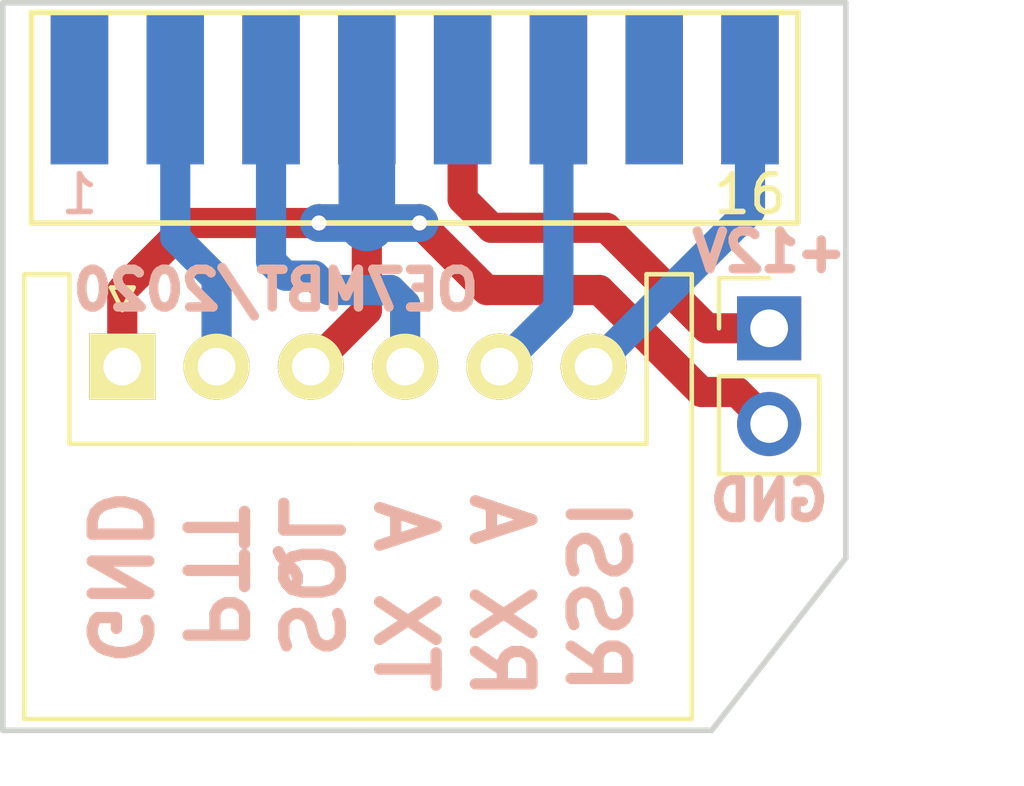
<source format=kicad_pcb>
(kicad_pcb (version 20171130) (host pcbnew "(5.0.0)")

  (general
    (thickness 1.6)
    (drawings 14)
    (tracks 34)
    (zones 0)
    (modules 3)
    (nets 17)
  )

  (page A4)
  (layers
    (0 F.Cu signal)
    (31 B.Cu signal)
    (32 B.Adhes user)
    (33 F.Adhes user)
    (34 B.Paste user)
    (35 F.Paste user)
    (36 B.SilkS user)
    (37 F.SilkS user)
    (38 B.Mask user)
    (39 F.Mask user)
    (40 Dwgs.User user)
    (41 Cmts.User user)
    (42 Eco1.User user)
    (43 Eco2.User user)
    (44 Edge.Cuts user)
    (45 Margin user)
    (46 B.CrtYd user)
    (47 F.CrtYd user)
    (48 B.Fab user)
    (49 F.Fab user)
  )

  (setup
    (last_trace_width 0.8)
    (trace_clearance 0.2)
    (zone_clearance 0.508)
    (zone_45_only no)
    (trace_min 0.2)
    (segment_width 0.2)
    (edge_width 0.15)
    (via_size 0.8)
    (via_drill 0.4)
    (via_min_size 0.4)
    (via_min_drill 0.3)
    (uvia_size 0.3)
    (uvia_drill 0.1)
    (uvias_allowed no)
    (uvia_min_size 0.2)
    (uvia_min_drill 0.1)
    (pcb_text_width 0.3)
    (pcb_text_size 1.5 1.5)
    (mod_edge_width 0.15)
    (mod_text_size 1 1)
    (mod_text_width 0.15)
    (pad_size 1.524 1.524)
    (pad_drill 0.762)
    (pad_to_mask_clearance 0.2)
    (aux_axis_origin 0 0)
    (visible_elements 7FFFFFFF)
    (pcbplotparams
      (layerselection 0x010fc_ffffffff)
      (usegerberextensions false)
      (usegerberattributes false)
      (usegerberadvancedattributes false)
      (creategerberjobfile false)
      (excludeedgelayer true)
      (linewidth 0.100000)
      (plotframeref false)
      (viasonmask false)
      (mode 1)
      (useauxorigin false)
      (hpglpennumber 1)
      (hpglpenspeed 20)
      (hpglpendiameter 15.000000)
      (psnegative false)
      (psa4output false)
      (plotreference true)
      (plotvalue true)
      (plotinvisibletext false)
      (padsonsilk false)
      (subtractmaskfromsilk false)
      (outputformat 1)
      (mirror false)
      (drillshape 1)
      (scaleselection 1)
      (outputdirectory ""))
  )

  (net 0 "")
  (net 1 GND)
  (net 2 FLAT_TX_AUDIO_INPUT)
  (net 3 SPKR-)
  (net 4 PTT)
  (net 5 SQL_COR)
  (net 6 RSSI)
  (net 7 FLAT_RX_AUDIO)
  (net 8 PIN2)
  (net 9 PIN4)
  (net 10 PIN6)
  (net 11 PIN12)
  (net 12 PIN14)
  (net 13 PIN16)
  (net 14 PIN9)
  (net 15 PIN13)
  (net 16 +12V)

  (net_class Default "Dies ist die voreingestellte Netzklasse."
    (clearance 0.2)
    (trace_width 0.8)
    (via_dia 0.8)
    (via_drill 0.4)
    (uvia_dia 0.3)
    (uvia_drill 0.1)
    (add_net +12V)
    (add_net FLAT_RX_AUDIO)
    (add_net FLAT_TX_AUDIO_INPUT)
    (add_net GND)
    (add_net PIN12)
    (add_net PIN13)
    (add_net PIN14)
    (add_net PIN16)
    (add_net PIN2)
    (add_net PIN4)
    (add_net PIN6)
    (add_net PIN9)
    (add_net PTT)
    (add_net RSSI)
    (add_net SPKR-)
    (add_net SQL_COR)
  )

  (module Connectors_JST:JST_XH_S06B-XH-A_06x2.50mm_Angled (layer F.Cu) (tedit 5E5F9971) (tstamp 5E5EFD30)
    (at 161.156 60.96)
    (descr "JST XH series connector, S06B-XH-A, side entry type, through hole")
    (tags "connector jst xh tht side horizontal angled 2.50mm")
    (path /5E5EC581)
    (fp_text reference J2 (at -1.009 -4.1275) (layer F.SilkS) hide
      (effects (font (size 1 1) (thickness 0.15)))
    )
    (fp_text value Conn_01x06_Male (at 6.25 10.3) (layer F.Fab)
      (effects (font (size 1 1) (thickness 0.15)))
    )
    (fp_text user %R (at -0.0565 -1.905) (layer F.Fab) hide
      (effects (font (size 1 1) (thickness 0.15)))
    )
    (fp_line (start 0.3 -2.1) (end 0 -1.5) (layer F.Fab) (width 0.1))
    (fp_line (start -0.3 -2.1) (end 0.3 -2.1) (layer F.Fab) (width 0.1))
    (fp_line (start 0 -1.5) (end -0.3 -2.1) (layer F.Fab) (width 0.1))
    (fp_line (start 0.3 -2.1) (end 0 -1.5) (layer F.SilkS) (width 0.12))
    (fp_line (start -0.3 -2.1) (end 0.3 -2.1) (layer F.SilkS) (width 0.12))
    (fp_line (start 0 -1.5) (end -0.3 -2.1) (layer F.SilkS) (width 0.12))
    (fp_line (start 12.75 3.45) (end 12.25 3.45) (layer F.Fab) (width 0.1))
    (fp_line (start 12.75 8.7) (end 12.75 3.45) (layer F.Fab) (width 0.1))
    (fp_line (start 12.25 8.7) (end 12.75 8.7) (layer F.Fab) (width 0.1))
    (fp_line (start 12.25 3.45) (end 12.25 8.7) (layer F.Fab) (width 0.1))
    (fp_line (start 10.25 3.45) (end 9.75 3.45) (layer F.Fab) (width 0.1))
    (fp_line (start 10.25 8.7) (end 10.25 3.45) (layer F.Fab) (width 0.1))
    (fp_line (start 9.75 8.7) (end 10.25 8.7) (layer F.Fab) (width 0.1))
    (fp_line (start 9.75 3.45) (end 9.75 8.7) (layer F.Fab) (width 0.1))
    (fp_line (start 7.75 3.45) (end 7.25 3.45) (layer F.Fab) (width 0.1))
    (fp_line (start 7.75 8.7) (end 7.75 3.45) (layer F.Fab) (width 0.1))
    (fp_line (start 7.25 8.7) (end 7.75 8.7) (layer F.Fab) (width 0.1))
    (fp_line (start 7.25 3.45) (end 7.25 8.7) (layer F.Fab) (width 0.1))
    (fp_line (start 5.25 3.45) (end 4.75 3.45) (layer F.Fab) (width 0.1))
    (fp_line (start 5.25 8.7) (end 5.25 3.45) (layer F.Fab) (width 0.1))
    (fp_line (start 4.75 8.7) (end 5.25 8.7) (layer F.Fab) (width 0.1))
    (fp_line (start 4.75 3.45) (end 4.75 8.7) (layer F.Fab) (width 0.1))
    (fp_line (start 2.75 3.45) (end 2.25 3.45) (layer F.Fab) (width 0.1))
    (fp_line (start 2.75 8.7) (end 2.75 3.45) (layer F.Fab) (width 0.1))
    (fp_line (start 2.25 8.7) (end 2.75 8.7) (layer F.Fab) (width 0.1))
    (fp_line (start 2.25 3.45) (end 2.25 8.7) (layer F.Fab) (width 0.1))
    (fp_line (start 0.25 3.45) (end -0.25 3.45) (layer F.Fab) (width 0.1))
    (fp_line (start 0.25 8.7) (end 0.25 3.45) (layer F.Fab) (width 0.1))
    (fp_line (start -0.25 8.7) (end 0.25 8.7) (layer F.Fab) (width 0.1))
    (fp_line (start -0.25 3.45) (end -0.25 8.7) (layer F.Fab) (width 0.1))
    (fp_line (start 13.9 2.05) (end 6.25 2.05) (layer F.SilkS) (width 0.12))
    (fp_line (start 13.9 -2.45) (end 13.9 2.05) (layer F.SilkS) (width 0.12))
    (fp_line (start 15.1 -2.45) (end 13.9 -2.45) (layer F.SilkS) (width 0.12))
    (fp_line (start 15.1 9.35) (end 15.1 -2.45) (layer F.SilkS) (width 0.12))
    (fp_line (start 6.25 9.35) (end 15.1 9.35) (layer F.SilkS) (width 0.12))
    (fp_line (start -1.4 2.05) (end 6.25 2.05) (layer F.SilkS) (width 0.12))
    (fp_line (start -1.4 -2.45) (end -1.4 2.05) (layer F.SilkS) (width 0.12))
    (fp_line (start -2.6 -2.45) (end -1.4 -2.45) (layer F.SilkS) (width 0.12))
    (fp_line (start -2.6 9.35) (end -2.6 -2.45) (layer F.SilkS) (width 0.12))
    (fp_line (start 6.25 9.35) (end -2.6 9.35) (layer F.SilkS) (width 0.12))
    (fp_line (start 15.45 -2.8) (end -2.95 -2.8) (layer F.CrtYd) (width 0.05))
    (fp_line (start 15.45 9.7) (end 15.45 -2.8) (layer F.CrtYd) (width 0.05))
    (fp_line (start -2.95 9.7) (end 15.45 9.7) (layer F.CrtYd) (width 0.05))
    (fp_line (start -2.95 -2.8) (end -2.95 9.7) (layer F.CrtYd) (width 0.05))
    (fp_line (start 14.95 -2.3) (end -2.45 -2.3) (layer F.Fab) (width 0.1))
    (fp_line (start 14.95 9.2) (end 14.95 -2.3) (layer F.Fab) (width 0.1))
    (fp_line (start -2.45 9.2) (end 14.95 9.2) (layer F.Fab) (width 0.1))
    (fp_line (start -2.45 -2.3) (end -2.45 9.2) (layer F.Fab) (width 0.1))
    (pad 6 thru_hole circle (at 12.5 0) (size 1.75 1.75) (drill 1) (layers *.Cu *.Mask F.SilkS)
      (net 6 RSSI))
    (pad 5 thru_hole circle (at 10 0) (size 1.75 1.75) (drill 1) (layers *.Cu *.Mask F.SilkS)
      (net 7 FLAT_RX_AUDIO))
    (pad 4 thru_hole circle (at 7.5 0) (size 1.75 1.75) (drill 1) (layers *.Cu *.Mask F.SilkS)
      (net 2 FLAT_TX_AUDIO_INPUT))
    (pad 3 thru_hole circle (at 5 0) (size 1.75 1.75) (drill 1) (layers *.Cu *.Mask F.SilkS)
      (net 5 SQL_COR))
    (pad 2 thru_hole circle (at 2.5 0) (size 1.75 1.75) (drill 1) (layers *.Cu *.Mask F.SilkS)
      (net 4 PTT))
    (pad 1 thru_hole rect (at 0 0) (size 1.75 1.75) (drill 1) (layers *.Cu *.Mask F.SilkS)
      (net 1 GND))
    (model Connectors_JST.3dshapes/JST_XH_S06B-XH-A_06x2.50mm_Angled.wrl
      (at (xyz 0 0 0))
      (scale (xyz 1 1 1))
      (rotate (xyz 0 0 0))
    )
  )

  (module oe7mbt:conn_02x08_liegend (layer F.Cu) (tedit 5CAF65E9) (tstamp 5CAFB7BD)
    (at 162.814 51.562)
    (path /5CAF54D2)
    (fp_text reference J1 (at -2.54 4.826) (layer F.SilkS) hide
      (effects (font (size 1 1) (thickness 0.15)))
    )
    (fp_text value GM3XX (at 2.286 2.54) (layer F.Fab)
      (effects (font (size 1 1) (thickness 0.15)))
    )
    (fp_text user 1 (at -2.794 4.826 180) (layer B.SilkS)
      (effects (font (size 1 1) (thickness 0.15)) (justify mirror))
    )
    (fp_text user 16 (at 14.986 4.826 180) (layer F.SilkS)
      (effects (font (size 1 1) (thickness 0.15)))
    )
    (fp_line (start -4.064 5.588) (end -4.064 0) (layer F.SilkS) (width 0.15))
    (fp_line (start -4.064 0) (end 16.256 0) (layer F.SilkS) (width 0.15))
    (fp_line (start -4.064 5.588) (end 16.256 5.588) (layer F.SilkS) (width 0.15))
    (fp_line (start 16.256 5.588) (end 16.256 0) (layer F.SilkS) (width 0.15))
    (pad 1 smd rect (at -2.794 2.032) (size 1.524 4) (layers *.Mask B.Cu B.Paste)
      (net 3 SPKR-))
    (pad 2 smd rect (at -2.794 2.032) (size 1.524 4) (layers F.Cu F.Paste F.Mask)
      (net 8 PIN2))
    (pad 4 smd rect (at -0.254 2.032) (size 1.524 4) (layers F.Cu F.Paste F.Mask)
      (net 9 PIN4))
    (pad 6 smd rect (at 2.286 2.032) (size 1.524 4) (layers F.Cu F.Paste F.Mask)
      (net 10 PIN6))
    (pad 8 smd rect (at 4.826 2.032) (size 1.524 4) (layers F.Cu F.Paste F.Mask)
      (net 5 SQL_COR))
    (pad 10 smd rect (at 7.366 2.032) (size 1.524 4) (layers F.Cu F.Paste F.Mask)
      (net 16 +12V))
    (pad 12 smd rect (at 9.906 2.032) (size 1.524 4) (layers F.Cu F.Paste F.Mask)
      (net 11 PIN12))
    (pad 14 smd rect (at 12.446 2.032) (size 1.524 4) (layers F.Cu F.Paste F.Mask)
      (net 12 PIN14))
    (pad 16 smd rect (at 14.986 2.032) (size 1.524 4) (layers F.Cu F.Paste F.Mask)
      (net 13 PIN16))
    (pad 3 smd rect (at -0.254 2.032) (size 1.524 4) (layers B.Cu B.Paste B.Mask)
      (net 4 PTT))
    (pad 5 smd rect (at 2.286 2.032) (size 1.524 4) (layers B.Cu B.Paste B.Mask)
      (net 2 FLAT_TX_AUDIO_INPUT))
    (pad 7 smd rect (at 4.826 2.032) (size 1.524 4) (layers B.Cu B.Paste B.Mask)
      (net 1 GND))
    (pad 9 smd rect (at 7.366 2.032) (size 1.524 4) (layers B.Cu B.Paste B.Mask)
      (net 14 PIN9))
    (pad 11 smd rect (at 9.906 2.032) (size 1.524 4) (layers B.Cu B.Paste B.Mask)
      (net 7 FLAT_RX_AUDIO))
    (pad 13 smd rect (at 12.446 2.032) (size 1.524 4) (layers B.Cu B.Paste B.Mask)
      (net 15 PIN13))
    (pad 15 smd rect (at 14.986 2.032) (size 1.524 4) (layers B.Cu B.Paste B.Mask)
      (net 6 RSSI))
    (model ${KISYS3DMOD}/Connector_PinSocket_2.54mm.3dshapes/PinSocket_2x08_P2.54mm_Vertical.step
      (offset (xyz -2.8 0.5 -2.2))
      (scale (xyz 1 1 1))
      (rotate (xyz 0 -90 -90))
    )
  )

  (module Pin_Headers:Pin_Header_Straight_1x02_Pitch2.54mm (layer F.Cu) (tedit 5E5F9966) (tstamp 5E5F0150)
    (at 178.308 59.944)
    (descr "Through hole straight pin header, 1x02, 2.54mm pitch, single row")
    (tags "Through hole pin header THT 1x02 2.54mm single row")
    (path /5E5EC654)
    (fp_text reference J3 (at 0.0635 -1.9685) (layer F.SilkS) hide
      (effects (font (size 1 1) (thickness 0.15)))
    )
    (fp_text value Conn_01x02_Male (at 0 4.87) (layer F.Fab)
      (effects (font (size 1 1) (thickness 0.15)))
    )
    (fp_text user %R (at 0 1.27 -270) (layer F.Fab)
      (effects (font (size 1 1) (thickness 0.15)))
    )
    (fp_line (start 1.8 -1.8) (end -1.8 -1.8) (layer F.CrtYd) (width 0.05))
    (fp_line (start 1.8 4.35) (end 1.8 -1.8) (layer F.CrtYd) (width 0.05))
    (fp_line (start -1.8 4.35) (end 1.8 4.35) (layer F.CrtYd) (width 0.05))
    (fp_line (start -1.8 -1.8) (end -1.8 4.35) (layer F.CrtYd) (width 0.05))
    (fp_line (start -1.33 -1.33) (end 0 -1.33) (layer F.SilkS) (width 0.12))
    (fp_line (start -1.33 0) (end -1.33 -1.33) (layer F.SilkS) (width 0.12))
    (fp_line (start -1.33 1.27) (end 1.33 1.27) (layer F.SilkS) (width 0.12))
    (fp_line (start 1.33 1.27) (end 1.33 3.87) (layer F.SilkS) (width 0.12))
    (fp_line (start -1.33 1.27) (end -1.33 3.87) (layer F.SilkS) (width 0.12))
    (fp_line (start -1.33 3.87) (end 1.33 3.87) (layer F.SilkS) (width 0.12))
    (fp_line (start -1.27 -0.635) (end -0.635 -1.27) (layer F.Fab) (width 0.1))
    (fp_line (start -1.27 3.81) (end -1.27 -0.635) (layer F.Fab) (width 0.1))
    (fp_line (start 1.27 3.81) (end -1.27 3.81) (layer F.Fab) (width 0.1))
    (fp_line (start 1.27 -1.27) (end 1.27 3.81) (layer F.Fab) (width 0.1))
    (fp_line (start -0.635 -1.27) (end 1.27 -1.27) (layer F.Fab) (width 0.1))
    (pad 2 thru_hole oval (at 0 2.54) (size 1.7 1.7) (drill 1) (layers *.Cu *.Mask)
      (net 1 GND))
    (pad 1 thru_hole rect (at 0 0) (size 1.7 1.7) (drill 1) (layers *.Cu *.Mask)
      (net 16 +12V))
    (model ${KISYS3DMOD}/Pin_Headers.3dshapes/Pin_Header_Straight_1x02_Pitch2.54mm.wrl
      (at (xyz 0 0 0))
      (scale (xyz 1 1 1))
      (rotate (xyz 0 0 0))
    )
  )

  (gr_text OE7MBT/2020 (at 165.227 58.928) (layer B.SilkS)
    (effects (font (size 1 1) (thickness 0.25)) (justify mirror))
  )
  (gr_line (start 176.784 70.612) (end 157.988 70.612) (layer Edge.Cuts) (width 0.15))
  (gr_line (start 180.34 66.04) (end 176.784 70.612) (layer Edge.Cuts) (width 0.15))
  (gr_line (start 180.34 51.308) (end 180.34 66.04) (layer Edge.Cuts) (width 0.15))
  (gr_text "GND\n" (at 178.308 64.516) (layer B.SilkS) (tstamp 5E5F91B5)
    (effects (font (size 1 1) (thickness 0.25)) (justify mirror))
  )
  (gr_text +12V (at 178.308 57.912) (layer B.SilkS)
    (effects (font (size 1 1) (thickness 0.25)) (justify mirror))
  )
  (gr_line (start 157.988 70.612) (end 157.988 51.308) (layer Edge.Cuts) (width 0.15))
  (gr_line (start 157.988 51.308) (end 180.34 51.308) (layer Edge.Cuts) (width 0.15))
  (gr_text RSSI (at 173.736 67.056 270) (layer B.SilkS)
    (effects (font (size 1.5 1.5) (thickness 0.3)) (justify mirror))
  )
  (gr_text "RX A" (at 171.196 67.056 270) (layer B.SilkS)
    (effects (font (size 1.5 1.5) (thickness 0.3)) (justify mirror))
  )
  (gr_text "TX A" (at 168.656 67.056 270) (layer B.SilkS)
    (effects (font (size 1.5 1.5) (thickness 0.3)) (justify mirror))
  )
  (gr_text SQL (at 166.116 66.548 270) (layer B.SilkS)
    (effects (font (size 1.5 1.5) (thickness 0.3)) (justify mirror))
  )
  (gr_text PTT (at 163.576 66.548 270) (layer B.SilkS)
    (effects (font (size 1.5 1.5) (thickness 0.3)) (justify mirror))
  )
  (gr_text "GND\n" (at 161.036 66.548 270) (layer B.SilkS)
    (effects (font (size 1.5 1.5) (thickness 0.3)) (justify mirror))
  )

  (via (at 169.037 57.15) (size 1) (drill 0.4) (layers F.Cu B.Cu) (net 1))
  (via (at 166.37 57.15) (size 1) (drill 0.4) (layers F.Cu B.Cu) (net 1))
  (segment (start 166.37 57.15) (end 167.64 57.15) (width 1) (layer B.Cu) (net 1))
  (segment (start 167.64 57.15) (end 169.037 57.15) (width 1) (layer B.Cu) (net 1))
  (segment (start 167.64 57.15) (end 167.64 53.594) (width 1.5) (layer B.Cu) (net 1))
  (segment (start 166.37 57.15) (end 162.941 57.15) (width 0.8) (layer F.Cu) (net 1))
  (segment (start 161.156 58.935) (end 161.156 60.96) (width 0.8) (layer F.Cu) (net 1))
  (segment (start 162.941 57.15) (end 161.156 58.935) (width 0.8) (layer F.Cu) (net 1))
  (segment (start 177.458001 61.634001) (end 178.308 62.484) (width 0.8) (layer F.Cu) (net 1))
  (segment (start 176.513003 61.634001) (end 177.458001 61.634001) (width 0.8) (layer F.Cu) (net 1))
  (segment (start 173.807002 58.928) (end 176.513003 61.634001) (width 0.8) (layer F.Cu) (net 1))
  (segment (start 170.815 58.928) (end 173.807002 58.928) (width 0.8) (layer F.Cu) (net 1))
  (segment (start 169.037 57.15) (end 170.815 58.928) (width 0.8) (layer F.Cu) (net 1))
  (segment (start 165.1 53.594) (end 165.1 58.166) (width 0.8) (layer B.Cu) (net 2))
  (segment (start 165.1 58.166) (end 165.481 58.547) (width 0.8) (layer B.Cu) (net 2))
  (segment (start 166.243 58.547) (end 166.624 58.928) (width 0.8) (layer B.Cu) (net 2))
  (segment (start 165.481 58.547) (end 166.243 58.547) (width 0.8) (layer B.Cu) (net 2))
  (segment (start 166.624 58.928) (end 168.275 58.928) (width 0.8) (layer B.Cu) (net 2))
  (segment (start 168.656 59.309) (end 168.656 60.96) (width 0.8) (layer B.Cu) (net 2))
  (segment (start 168.275 58.928) (end 168.656 59.309) (width 0.8) (layer B.Cu) (net 2))
  (segment (start 162.56 53.594) (end 162.56 57.531) (width 0.8) (layer B.Cu) (net 4))
  (segment (start 163.656 58.627) (end 163.656 60.96) (width 0.8) (layer B.Cu) (net 4))
  (segment (start 162.56 57.531) (end 163.656 58.627) (width 0.8) (layer B.Cu) (net 4))
  (segment (start 167.64 59.476) (end 167.64 53.594) (width 0.8) (layer F.Cu) (net 5))
  (segment (start 166.156 60.96) (end 167.64 59.476) (width 0.8) (layer F.Cu) (net 5))
  (segment (start 177.8 56.816) (end 173.656 60.96) (width 0.8) (layer B.Cu) (net 6))
  (segment (start 177.8 53.594) (end 177.8 56.816) (width 0.8) (layer B.Cu) (net 6))
  (segment (start 172.72 59.396) (end 171.156 60.96) (width 0.8) (layer B.Cu) (net 7))
  (segment (start 172.72 53.594) (end 172.72 59.396) (width 0.8) (layer B.Cu) (net 7))
  (segment (start 176.658 59.944) (end 173.991 57.277) (width 0.8) (layer F.Cu) (net 16))
  (segment (start 178.308 59.944) (end 176.658 59.944) (width 0.8) (layer F.Cu) (net 16))
  (segment (start 173.991 57.277) (end 170.942 57.277) (width 0.8) (layer F.Cu) (net 16))
  (segment (start 170.18 56.515) (end 170.18 53.594) (width 0.8) (layer F.Cu) (net 16))
  (segment (start 170.942 57.277) (end 170.18 56.515) (width 0.8) (layer F.Cu) (net 16))

  (zone (net 1) (net_name GND) (layer B.Cu) (tstamp 0) (hatch edge 0.508)
    (connect_pads (clearance 0.508))
    (min_thickness 0.254)
    (fill (arc_segments 16) (thermal_gap 0.508) (thermal_bridge_width 0.508))
    (polygon
      (pts
        (xy 157.988 70.612) (xy 157.988 51.308) (xy 180.34 51.308) (xy 180.34 70.612)
      )
    )
  )
  (zone (net 1) (net_name GND) (layer F.Cu) (tstamp 0) (hatch edge 0.508)
    (connect_pads (clearance 0.508))
    (min_thickness 0.254)
    (fill (arc_segments 16) (thermal_gap 0.508) (thermal_bridge_width 0.508))
    (polygon
      (pts
        (xy 157.988 51.308) (xy 180.34 51.308) (xy 180.34 70.612) (xy 157.988 70.612)
      )
    )
  )
)

</source>
